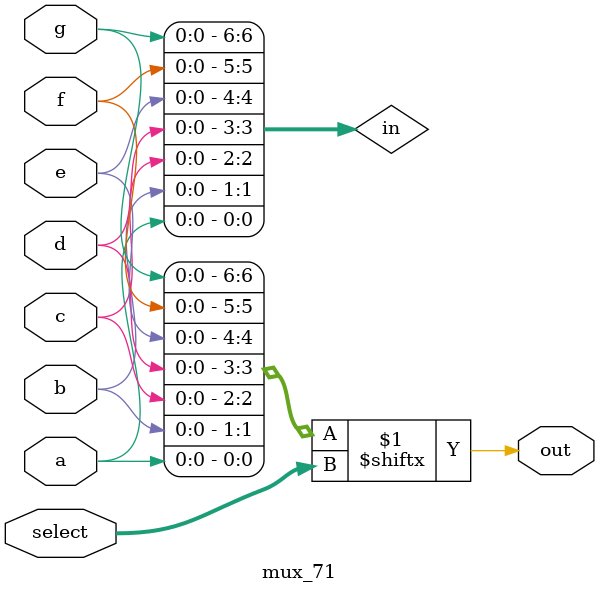
<source format=v>
module mux_71 (a, b, c, d, e, f, g, select, out);
	input a, b, c, d, e, f, g;
	input [2:0] select;
	output out;
	
	wire [6:0] in = {g, f, e, d, c, b, a};
	assign out = in[select];
endmodule
</source>
